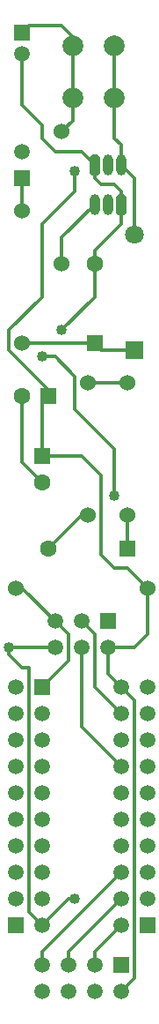
<source format=gbr>
G04 DipTrace 2.4.0.1*
%INTop.gbr*%
%MOIN*%
%ADD13C,0.013*%
%ADD14R,0.0591X0.0591*%
%ADD15C,0.0591*%
%ADD16C,0.063*%
%ADD17R,0.063X0.063*%
%ADD18R,0.0709X0.0709*%
%ADD19C,0.0709*%
%ADD21C,0.079*%
%ADD22O,0.0394X0.0787*%
%ADD23C,0.06*%
%ADD24C,0.06*%
%ADD25C,0.04*%
%FSLAX44Y44*%
G04*
G70*
G90*
G75*
G01*
%LNTop*%
%LPD*%
X10787Y42930D2*
D13*
Y40962D1*
Y39429D1*
X11040Y39176D1*
Y38426D1*
X11540Y35777D2*
Y37926D1*
X11040Y38426D1*
X11540Y31426D2*
X10290D1*
X10040Y31676D1*
X7290D1*
X11040Y36926D2*
Y37426D1*
X10790Y37676D1*
X10290D1*
X10040Y37926D1*
Y38426D1*
Y34676D2*
Y35176D1*
X11040Y36176D1*
Y36926D1*
X7290Y29676D2*
Y27176D1*
X8040Y26426D1*
X7290Y42639D2*
Y40676D1*
X8040Y39926D1*
Y39426D1*
X8540Y38926D1*
X9540D1*
X10040Y38426D1*
Y34676D2*
Y33426D1*
X8790Y32176D1*
X6790Y20176D2*
X8540D1*
X6790D2*
Y19926D1*
X7290Y19426D1*
X7540D1*
Y10176D1*
X8040Y9676D1*
X9290Y10676D2*
X9040D1*
X8040Y9676D1*
X9790Y30176D2*
X11290D1*
Y25176D2*
Y23926D1*
X9790Y25176D2*
X9540D1*
X8290Y23926D1*
X8790Y34676D2*
Y35676D1*
X10040Y36926D1*
X8040Y31176D2*
X8540D1*
X9290Y30426D1*
Y29176D1*
X10790Y27676D1*
Y25926D1*
X7290Y36676D2*
Y37926D1*
X9540Y21176D2*
X10040Y20676D1*
Y18676D1*
X11040Y17676D1*
X9540Y20176D2*
Y17176D1*
X11040Y15676D1*
X8540Y21176D2*
X9040Y20676D1*
Y19676D1*
X8040Y18676D1*
X7040Y22426D2*
X7290D1*
X8540Y21176D1*
X10540Y20176D2*
Y19176D1*
X11040Y18676D1*
X10540Y20176D2*
X11540D1*
X12040Y20676D1*
Y22426D1*
X9210Y42926D2*
Y40962D1*
X9213D1*
Y40099D1*
X8790Y39676D1*
X8040Y27426D2*
Y29426D1*
X8290Y29676D1*
X12040Y22426D2*
X11290Y23176D1*
X10790D1*
X10290Y23676D1*
Y26676D1*
X9540Y27426D1*
X8040D1*
X9210Y42926D2*
Y43256D1*
X8790Y43676D1*
X7540D1*
X7290Y43426D1*
X9290Y38176D2*
Y37426D1*
X8040Y36176D1*
Y33426D1*
X6790Y32176D1*
Y31426D1*
X8290Y29926D1*
Y29676D1*
X11040Y7176D2*
X11540Y7676D1*
Y18176D1*
X11040Y18676D1*
X10040Y8176D2*
Y8676D1*
X11040Y9676D1*
X9040Y8176D2*
Y8676D1*
X11040Y10676D1*
X8040Y8176D2*
Y8676D1*
X11040Y11676D1*
D25*
X8790Y32176D3*
X6790Y20176D3*
D3*
X9290Y10676D3*
X8040Y31176D3*
X10790Y25926D3*
X9290Y38176D3*
D14*
X7290Y43426D3*
D15*
Y42639D3*
D16*
X10040Y34676D3*
D17*
Y31676D3*
D16*
X8290Y23926D3*
D17*
X11290D3*
D16*
X8040Y26426D3*
D17*
Y27426D3*
X8290Y29676D3*
D16*
X7290D3*
D18*
X11540Y31426D3*
D19*
Y35777D3*
D14*
X7290Y37926D3*
D15*
Y38926D3*
D14*
X10540Y21176D3*
D15*
Y20176D3*
X9540Y21176D3*
Y20176D3*
X8540Y21176D3*
Y20176D3*
D14*
X7040Y9676D3*
D15*
Y10676D3*
Y11676D3*
Y12676D3*
Y13676D3*
Y14676D3*
Y15676D3*
Y16676D3*
Y17676D3*
Y18676D3*
D14*
X12040Y9676D3*
D15*
Y10676D3*
Y11676D3*
Y12676D3*
Y13676D3*
Y14676D3*
Y15676D3*
Y16676D3*
Y17676D3*
Y18676D3*
D14*
X11040Y8176D3*
D15*
Y7176D3*
X10040Y8176D3*
Y7176D3*
X9040Y8176D3*
Y7176D3*
X8040Y8176D3*
Y7176D3*
D21*
X10787Y42930D3*
Y40962D3*
X9213D3*
X9210Y42926D3*
G36*
X9843Y38131D2*
X9942Y38033D1*
X10138D1*
X10237Y38131D1*
Y38721D1*
X10138Y38820D1*
X9942D1*
X9843Y38721D1*
Y38131D1*
G37*
D22*
X10540Y38426D3*
X11040D3*
G36*
X11237Y37221D2*
X11138Y37320D1*
X10942D1*
X10843Y37221D1*
Y36631D1*
X10942Y36533D1*
X11138D1*
X11237Y36631D1*
Y37221D1*
G37*
D22*
X10540Y36926D3*
X10040D3*
D23*
X7290Y36676D3*
D24*
Y31676D3*
D23*
X11290Y25176D3*
D24*
Y30176D3*
D23*
X9790D3*
D24*
Y25176D3*
D23*
X8790Y39676D3*
D24*
Y34676D3*
D23*
X7040Y22426D3*
D24*
X12040D3*
D14*
X8040Y18676D3*
D15*
Y17676D3*
Y16676D3*
Y15676D3*
Y14676D3*
Y13676D3*
Y12676D3*
Y11676D3*
Y10676D3*
Y9676D3*
X11040Y18676D3*
Y17676D3*
Y16676D3*
Y15676D3*
Y14676D3*
Y13676D3*
Y12676D3*
Y11676D3*
Y10676D3*
Y9676D3*
M02*

</source>
